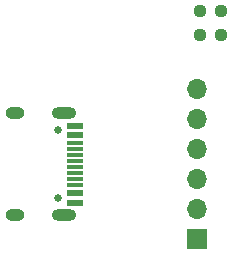
<source format=gbr>
%TF.GenerationSoftware,KiCad,Pcbnew,(6.0.1)*%
%TF.CreationDate,2022-02-05T19:44:41+08:00*%
%TF.ProjectId,Type-C_Ext,54797065-2d43-45f4-9578-742e6b696361,rev?*%
%TF.SameCoordinates,Original*%
%TF.FileFunction,Soldermask,Top*%
%TF.FilePolarity,Negative*%
%FSLAX46Y46*%
G04 Gerber Fmt 4.6, Leading zero omitted, Abs format (unit mm)*
G04 Created by KiCad (PCBNEW (6.0.1)) date 2022-02-05 19:44:41*
%MOMM*%
%LPD*%
G01*
G04 APERTURE LIST*
G04 Aperture macros list*
%AMRoundRect*
0 Rectangle with rounded corners*
0 $1 Rounding radius*
0 $2 $3 $4 $5 $6 $7 $8 $9 X,Y pos of 4 corners*
0 Add a 4 corners polygon primitive as box body*
4,1,4,$2,$3,$4,$5,$6,$7,$8,$9,$2,$3,0*
0 Add four circle primitives for the rounded corners*
1,1,$1+$1,$2,$3*
1,1,$1+$1,$4,$5*
1,1,$1+$1,$6,$7*
1,1,$1+$1,$8,$9*
0 Add four rect primitives between the rounded corners*
20,1,$1+$1,$2,$3,$4,$5,0*
20,1,$1+$1,$4,$5,$6,$7,0*
20,1,$1+$1,$6,$7,$8,$9,0*
20,1,$1+$1,$8,$9,$2,$3,0*%
G04 Aperture macros list end*
%ADD10RoundRect,0.237500X0.250000X0.237500X-0.250000X0.237500X-0.250000X-0.237500X0.250000X-0.237500X0*%
%ADD11R,1.700000X1.700000*%
%ADD12O,1.700000X1.700000*%
%ADD13C,0.650000*%
%ADD14R,1.450000X0.600000*%
%ADD15R,1.450000X0.300000*%
%ADD16O,2.100000X1.000000*%
%ADD17O,1.600000X1.000000*%
G04 APERTURE END LIST*
D10*
%TO.C,R1*%
X122070500Y-78486000D03*
X120245500Y-78486000D03*
%TD*%
D11*
%TO.C,J2*%
X120060009Y-95733006D03*
D12*
X120060009Y-93193006D03*
X120060009Y-90653006D03*
X120060009Y-88113006D03*
X120060009Y-85573006D03*
X120060009Y-83033006D03*
%TD*%
D13*
%TO.C,J1*%
X108264000Y-92298000D03*
X108264000Y-86518000D03*
D14*
X109709000Y-86158000D03*
X109709000Y-86958000D03*
D15*
X109709000Y-88158000D03*
X109709000Y-89158000D03*
X109709000Y-89658000D03*
X109709000Y-90658000D03*
D14*
X109709000Y-91858000D03*
X109709000Y-92658000D03*
X109709000Y-92658000D03*
X109709000Y-91858000D03*
D15*
X109709000Y-91158000D03*
X109709000Y-90158000D03*
X109709000Y-88658000D03*
X109709000Y-87658000D03*
D14*
X109709000Y-86958000D03*
X109709000Y-86158000D03*
D16*
X108794000Y-93728000D03*
X108794000Y-85088000D03*
D17*
X104614000Y-85088000D03*
X104614000Y-93728000D03*
%TD*%
D10*
%TO.C,R2*%
X122070500Y-76454000D03*
X120245500Y-76454000D03*
%TD*%
M02*

</source>
